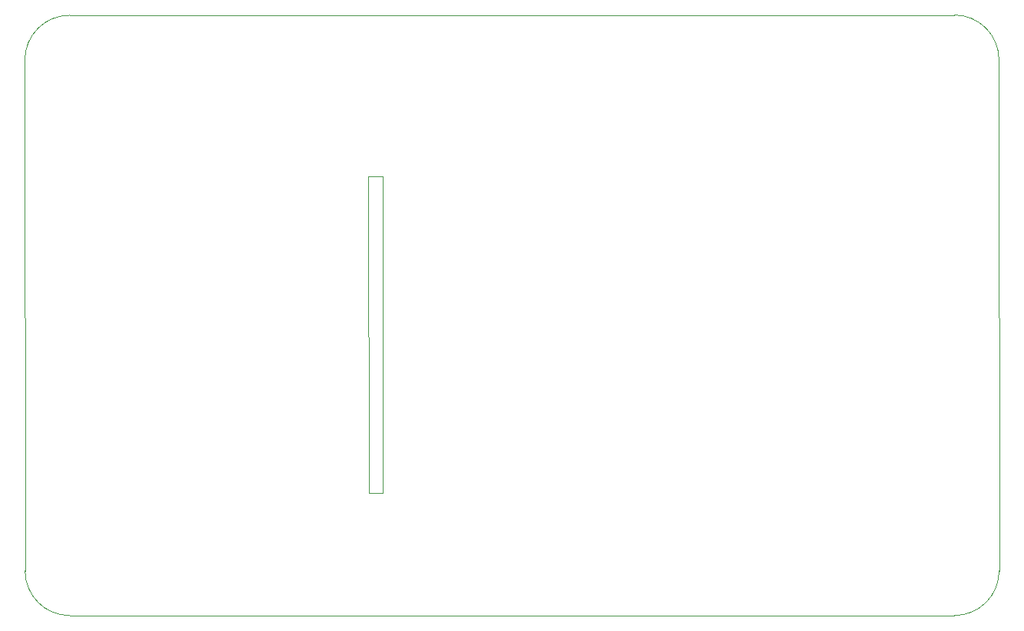
<source format=gm1>
G04 #@! TF.GenerationSoftware,KiCad,Pcbnew,(7.0.0-0)*
G04 #@! TF.CreationDate,2023-03-13T11:18:45+01:00*
G04 #@! TF.ProjectId,ESPMeter,4553504d-6574-4657-922e-6b696361645f,rev?*
G04 #@! TF.SameCoordinates,Original*
G04 #@! TF.FileFunction,Profile,NP*
%FSLAX46Y46*%
G04 Gerber Fmt 4.6, Leading zero omitted, Abs format (unit mm)*
G04 Created by KiCad (PCBNEW (7.0.0-0)) date 2023-03-13 11:18:45*
%MOMM*%
%LPD*%
G01*
G04 APERTURE LIST*
G04 #@! TA.AperFunction,Profile*
%ADD10C,0.100000*%
G04 #@! TD*
G04 APERTURE END LIST*
D10*
X122992500Y-74260000D02*
X123005000Y-109000000D01*
X85062501Y-61142501D02*
X85090000Y-117575000D01*
X122992500Y-74035000D02*
X124567500Y-74035000D01*
X192585000Y-61110000D02*
X192602499Y-117575000D01*
X122992500Y-74035000D02*
X122992500Y-74260000D01*
X124567500Y-74260000D02*
X124555000Y-109000000D01*
X187677499Y-122499999D02*
G75*
G03*
X192602499Y-117575000I1J4924999D01*
G01*
X85090000Y-117575000D02*
G75*
G03*
X90015000Y-122500000I4925000J0D01*
G01*
X90015000Y-122500000D02*
X187677499Y-122500000D01*
X124567500Y-74035000D02*
X124567500Y-74260000D01*
X89987501Y-56217501D02*
G75*
G03*
X85062501Y-61142501I-1J-4924999D01*
G01*
X123005000Y-109000000D02*
X124555000Y-109000000D01*
X192585000Y-61110000D02*
G75*
G03*
X187660000Y-56185000I-4925000J0D01*
G01*
X89987501Y-56217501D02*
X187660000Y-56185000D01*
M02*

</source>
